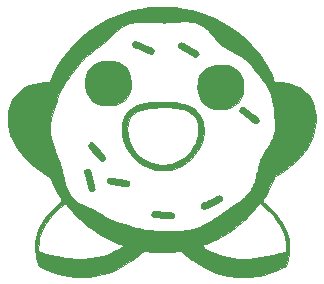
<source format=gtl>
G04 #@! TF.FileFunction,Copper,L1,Top,Signal*
%FSLAX46Y46*%
G04 Gerber Fmt 4.6, Leading zero omitted, Abs format (unit mm)*
G04 Created by KiCad (PCBNEW 4.0.6-e0-6349~53~ubuntu16.04.1) date Sun Nov  5 22:25:15 2017*
%MOMM*%
%LPD*%
G01*
G04 APERTURE LIST*
%ADD10C,0.100000*%
%ADD11C,0.010000*%
G04 APERTURE END LIST*
D10*
D11*
G36*
X46857262Y-35464399D02*
X47117060Y-35471062D01*
X47345932Y-35482229D01*
X47531558Y-35497986D01*
X47540334Y-35498995D01*
X48314532Y-35614204D01*
X49057774Y-35775438D01*
X49772923Y-35983532D01*
X50462841Y-36239318D01*
X51130392Y-36543633D01*
X51137604Y-36547245D01*
X51812617Y-36916829D01*
X52454568Y-37331899D01*
X53062036Y-37791199D01*
X53633601Y-38293472D01*
X54167841Y-38837461D01*
X54663334Y-39421910D01*
X55118661Y-40045562D01*
X55154513Y-40098913D01*
X55307362Y-40345631D01*
X55465021Y-40632329D01*
X55620202Y-40943852D01*
X55765621Y-41265048D01*
X55893989Y-41580763D01*
X55974467Y-41804166D01*
X55989523Y-41827361D01*
X56022934Y-41842043D01*
X56085447Y-41850048D01*
X56187811Y-41853213D01*
X56263548Y-41853555D01*
X56639288Y-41873661D01*
X57023386Y-41931585D01*
X57402183Y-42023733D01*
X57762019Y-42146515D01*
X58089237Y-42296339D01*
X58213445Y-42366338D01*
X58416437Y-42505211D01*
X58621113Y-42675056D01*
X58805684Y-42856933D01*
X58889914Y-42954218D01*
X59097491Y-43255431D01*
X59263752Y-43589979D01*
X59388478Y-43952513D01*
X59471455Y-44337681D01*
X59512465Y-44740134D01*
X59511294Y-45154520D01*
X59467723Y-45575490D01*
X59381539Y-45997692D01*
X59252523Y-46415775D01*
X59080461Y-46824390D01*
X59048878Y-46888619D01*
X58798789Y-47329150D01*
X58495687Y-47761958D01*
X58142830Y-48183754D01*
X57743475Y-48591249D01*
X57300879Y-48981156D01*
X56818299Y-49350185D01*
X56298994Y-49695048D01*
X56223325Y-49741347D01*
X55988094Y-49883809D01*
X55853773Y-50221960D01*
X55661163Y-50676482D01*
X55464994Y-51078534D01*
X55263286Y-51432070D01*
X55189478Y-51547402D01*
X55111802Y-51667518D01*
X55047805Y-51771249D01*
X55002904Y-51849444D01*
X54982513Y-51892950D01*
X54982038Y-51898024D01*
X55006622Y-51925425D01*
X55064285Y-51978437D01*
X55144180Y-52047228D01*
X55174445Y-52072434D01*
X55571796Y-52428281D01*
X55946766Y-52818743D01*
X56286890Y-53230124D01*
X56505285Y-53534683D01*
X56729969Y-53897147D01*
X56910923Y-54252570D01*
X57055683Y-54617532D01*
X57167272Y-54991000D01*
X57196222Y-55107413D01*
X57217267Y-55206956D01*
X57231672Y-55302644D01*
X57240697Y-55407487D01*
X57245607Y-55534501D01*
X57247664Y-55696697D01*
X57248064Y-55823555D01*
X57248778Y-56345666D01*
X57111600Y-56883044D01*
X56974422Y-57420423D01*
X56787044Y-57522414D01*
X56422147Y-57701309D01*
X56013391Y-57866430D01*
X55572447Y-58014121D01*
X55110986Y-58140729D01*
X54640680Y-58242596D01*
X54313667Y-58297050D01*
X54113821Y-58319253D01*
X53874472Y-58334979D01*
X53609678Y-58344219D01*
X53333496Y-58346966D01*
X53059983Y-58343213D01*
X52803197Y-58332951D01*
X52577196Y-58316173D01*
X52428276Y-58298094D01*
X52091535Y-58238238D01*
X51745172Y-58160975D01*
X51399301Y-58069511D01*
X51064040Y-57967049D01*
X50749504Y-57856795D01*
X50465810Y-57741951D01*
X50223074Y-57625724D01*
X50116356Y-57565778D01*
X50046864Y-57524570D01*
X49944633Y-57464501D01*
X49825759Y-57395011D01*
X49749467Y-57350586D01*
X49612034Y-57268733D01*
X49465820Y-57178495D01*
X49334479Y-57094576D01*
X49286396Y-57062702D01*
X49178422Y-56991329D01*
X49074028Y-56924714D01*
X48992585Y-56875167D01*
X48979960Y-56867942D01*
X48889169Y-56809523D01*
X48764897Y-56718591D01*
X48614878Y-56601199D01*
X48446845Y-56463400D01*
X48268532Y-56311247D01*
X48266454Y-56309440D01*
X48061241Y-56130882D01*
X47673787Y-56180959D01*
X47459553Y-56202469D01*
X47201926Y-56218329D01*
X46913675Y-56228541D01*
X46607567Y-56233104D01*
X46296370Y-56232018D01*
X45992854Y-56225285D01*
X45709786Y-56212905D01*
X45459935Y-56194877D01*
X45327527Y-56180891D01*
X44920943Y-56130919D01*
X44805416Y-56242553D01*
X44739326Y-56302796D01*
X44647646Y-56381513D01*
X44539074Y-56471771D01*
X44422306Y-56566641D01*
X44306041Y-56659194D01*
X44198976Y-56742499D01*
X44109807Y-56809625D01*
X44047232Y-56853644D01*
X44020747Y-56867777D01*
X43988496Y-56882653D01*
X43920617Y-56922842D01*
X43828001Y-56981689D01*
X43750418Y-57033013D01*
X43278488Y-57333129D01*
X42823189Y-57586789D01*
X42375903Y-57798017D01*
X41928012Y-57970839D01*
X41470900Y-58109281D01*
X41416112Y-58123496D01*
X40807479Y-58254614D01*
X40212805Y-58333301D01*
X39626438Y-58360053D01*
X39042726Y-58335367D01*
X39023750Y-58333709D01*
X38568915Y-58277898D01*
X38105431Y-58192021D01*
X37644550Y-58079395D01*
X37197524Y-57943335D01*
X36775605Y-57787156D01*
X36390043Y-57614175D01*
X36152667Y-57487663D01*
X36095155Y-57452967D01*
X36055189Y-57419481D01*
X36025743Y-57374774D01*
X35999789Y-57306417D01*
X35970304Y-57201980D01*
X35952221Y-57133037D01*
X35917926Y-57007714D01*
X35884868Y-56897589D01*
X35857711Y-56817702D01*
X35845688Y-56789585D01*
X35828931Y-56737800D01*
X35808351Y-56643727D01*
X35786660Y-56521146D01*
X35768130Y-56395603D01*
X35744961Y-56151779D01*
X35736112Y-55887530D01*
X35736388Y-55872944D01*
X36012115Y-55872944D01*
X36012590Y-56010899D01*
X36015651Y-56102006D01*
X36022879Y-56155852D01*
X36035858Y-56182024D01*
X36056171Y-56190110D01*
X36064529Y-56190444D01*
X36112887Y-56198505D01*
X36200784Y-56220231D01*
X36314046Y-56251939D01*
X36396140Y-56276647D01*
X37009851Y-56448693D01*
X37640717Y-56591760D01*
X38270608Y-56702262D01*
X38881390Y-56776613D01*
X38959040Y-56783486D01*
X39126296Y-56792866D01*
X39333985Y-56797265D01*
X39566346Y-56796999D01*
X39807617Y-56792383D01*
X40042035Y-56783735D01*
X40253839Y-56771368D01*
X40427267Y-56755599D01*
X40442445Y-56753779D01*
X40975310Y-56666645D01*
X41489330Y-56540137D01*
X41977386Y-56376680D01*
X42432356Y-56178700D01*
X42847119Y-55948622D01*
X42894746Y-55918394D01*
X43015853Y-55837523D01*
X43094333Y-55777234D01*
X43137211Y-55731268D01*
X43151513Y-55693364D01*
X43151643Y-55689500D01*
X43151210Y-55687755D01*
X49876972Y-55687755D01*
X49925980Y-55750807D01*
X50026991Y-55831946D01*
X50059309Y-55854436D01*
X50476814Y-56106367D01*
X50935168Y-56321997D01*
X51431122Y-56500256D01*
X51961426Y-56640075D01*
X52522829Y-56740382D01*
X52874334Y-56781259D01*
X53043101Y-56791877D01*
X53253625Y-56797037D01*
X53491505Y-56796993D01*
X53742344Y-56791999D01*
X53991744Y-56782311D01*
X54225304Y-56768183D01*
X54384223Y-56754546D01*
X54864004Y-56692737D01*
X55377370Y-56600939D01*
X55911778Y-56481693D01*
X56454686Y-56337542D01*
X56485160Y-56328763D01*
X56629228Y-56288951D01*
X56756979Y-56257122D01*
X56857245Y-56235801D01*
X56918857Y-56227513D01*
X56929660Y-56228266D01*
X56950315Y-56229808D01*
X56964507Y-56216068D01*
X56973439Y-56178549D01*
X56978308Y-56108752D01*
X56980315Y-55998180D01*
X56980667Y-55866943D01*
X56959499Y-55449632D01*
X56894884Y-55047111D01*
X56785152Y-54655992D01*
X56628634Y-54272890D01*
X56423662Y-53894417D01*
X56168568Y-53517185D01*
X55861681Y-53137808D01*
X55501334Y-52752899D01*
X55394413Y-52647347D01*
X55208670Y-52468910D01*
X55057162Y-52329204D01*
X54935484Y-52225814D01*
X54839231Y-52156323D01*
X54764000Y-52118316D01*
X54705388Y-52109377D01*
X54658988Y-52127091D01*
X54620399Y-52169041D01*
X54596605Y-52209728D01*
X54550551Y-52284552D01*
X54489888Y-52366808D01*
X54478651Y-52380466D01*
X54416907Y-52461002D01*
X54364351Y-52541074D01*
X54357682Y-52552879D01*
X54312784Y-52617278D01*
X54233284Y-52712677D01*
X54126129Y-52831872D01*
X53998267Y-52967659D01*
X53856648Y-53112835D01*
X53708218Y-53260196D01*
X53559927Y-53402538D01*
X53418722Y-53532659D01*
X53375688Y-53570962D01*
X52842316Y-54014039D01*
X52300161Y-54409277D01*
X51736685Y-54765160D01*
X51139351Y-55090167D01*
X51103287Y-55108307D01*
X50933668Y-55190645D01*
X50744564Y-55278083D01*
X50547869Y-55365519D01*
X50355474Y-55447855D01*
X50179274Y-55519989D01*
X50031161Y-55576821D01*
X49932167Y-55610531D01*
X49879268Y-55641444D01*
X49876972Y-55687755D01*
X43151210Y-55687755D01*
X43139334Y-55639972D01*
X43118756Y-55626000D01*
X43067241Y-55614380D01*
X42973239Y-55581924D01*
X42845146Y-55532237D01*
X42691353Y-55468926D01*
X42520254Y-55395596D01*
X42340242Y-55315852D01*
X42159709Y-55233301D01*
X41987048Y-55151547D01*
X41830653Y-55074197D01*
X41811223Y-55064278D01*
X41238921Y-54748280D01*
X40688129Y-54399325D01*
X40164658Y-54022154D01*
X39674318Y-53621509D01*
X39222919Y-53202131D01*
X38816274Y-52768762D01*
X38466889Y-52335203D01*
X38399714Y-52248836D01*
X38334218Y-52171511D01*
X38301880Y-52137206D01*
X38235649Y-52072575D01*
X37977324Y-52293609D01*
X37777161Y-52473091D01*
X37566288Y-52676656D01*
X37356357Y-52892073D01*
X37159019Y-53107114D01*
X36985925Y-53309547D01*
X36876526Y-53449093D01*
X36605286Y-53846069D01*
X36387544Y-54238115D01*
X36221327Y-54630757D01*
X36104666Y-55029521D01*
X36035590Y-55439933D01*
X36012128Y-55867519D01*
X36012115Y-55872944D01*
X35736388Y-55872944D01*
X35741160Y-55620940D01*
X35759680Y-55370093D01*
X35791250Y-55153074D01*
X35797983Y-55120395D01*
X35922076Y-54676314D01*
X36100349Y-54233304D01*
X36330580Y-53794733D01*
X36610552Y-53363969D01*
X36938044Y-52944379D01*
X37310837Y-52539329D01*
X37726712Y-52152189D01*
X37789556Y-52098503D01*
X37880845Y-52019792D01*
X37954475Y-51953378D01*
X38000544Y-51908351D01*
X38010871Y-51895301D01*
X37999949Y-51863769D01*
X37963185Y-51795030D01*
X37906133Y-51698786D01*
X37834347Y-51584738D01*
X37823716Y-51568331D01*
X37667678Y-51316120D01*
X37524554Y-51057215D01*
X37387002Y-50777209D01*
X37247677Y-50461694D01*
X37194726Y-50334333D01*
X37131797Y-50182149D01*
X37084007Y-50072831D01*
X37045427Y-49996881D01*
X37010126Y-49944801D01*
X36972175Y-49907091D01*
X36925645Y-49874254D01*
X36896095Y-49855953D01*
X36307672Y-49475137D01*
X35774258Y-49083190D01*
X35295438Y-48679659D01*
X34870796Y-48264089D01*
X34499915Y-47836027D01*
X34182380Y-47395018D01*
X33917775Y-46940607D01*
X33705684Y-46472340D01*
X33643356Y-46303872D01*
X33526473Y-45900264D01*
X33504241Y-45776444D01*
X36987418Y-45776444D01*
X36990616Y-45951711D01*
X37001515Y-46119304D01*
X37021877Y-46286007D01*
X37053462Y-46458605D01*
X37098031Y-46643883D01*
X37157344Y-46848625D01*
X37233162Y-47079616D01*
X37327246Y-47343641D01*
X37441356Y-47647484D01*
X37537526Y-47896312D01*
X37628618Y-48132026D01*
X37704280Y-48334066D01*
X37768004Y-48514070D01*
X37823280Y-48683673D01*
X37873601Y-48854512D01*
X37922457Y-49038221D01*
X37973341Y-49246438D01*
X38029743Y-49490799D01*
X38070818Y-49673629D01*
X38167475Y-50083818D01*
X38264848Y-50443085D01*
X38366968Y-50756858D01*
X38477865Y-51030561D01*
X38601571Y-51269621D01*
X38742115Y-51479463D01*
X38903530Y-51665514D01*
X39089845Y-51833199D01*
X39305091Y-51987944D01*
X39553300Y-52135175D01*
X39838502Y-52280319D01*
X40094705Y-52397999D01*
X40415642Y-52543036D01*
X40689810Y-52673157D01*
X40923830Y-52791770D01*
X41124321Y-52902285D01*
X41297902Y-53008110D01*
X41363131Y-53051138D01*
X41531435Y-53161429D01*
X41693408Y-53259412D01*
X41856723Y-53348375D01*
X42029055Y-53431605D01*
X42218075Y-53512391D01*
X42431459Y-53594020D01*
X42676877Y-53679781D01*
X42962005Y-53772962D01*
X43278803Y-53872015D01*
X43647655Y-53984607D01*
X43971022Y-54080542D01*
X44256884Y-54161260D01*
X44513219Y-54228200D01*
X44748008Y-54282802D01*
X44969230Y-54326505D01*
X45184865Y-54360748D01*
X45402892Y-54386972D01*
X45631291Y-54406615D01*
X45878042Y-54421117D01*
X46151125Y-54431917D01*
X46425556Y-54439651D01*
X46737532Y-54447265D01*
X46999558Y-54453352D01*
X47218104Y-54457913D01*
X47399644Y-54460949D01*
X47550650Y-54462459D01*
X47677595Y-54462444D01*
X47786951Y-54460904D01*
X47885191Y-54457838D01*
X47978787Y-54453248D01*
X48074212Y-54447132D01*
X48175334Y-54439691D01*
X48498855Y-54406856D01*
X48805354Y-54357518D01*
X49101093Y-54288972D01*
X49392337Y-54198516D01*
X49685349Y-54083444D01*
X49986393Y-53941053D01*
X50301732Y-53768639D01*
X50637631Y-53563498D01*
X51000353Y-53322926D01*
X51378556Y-53056895D01*
X51539554Y-52943157D01*
X51732212Y-52810350D01*
X51940380Y-52669410D01*
X52147908Y-52531270D01*
X52338112Y-52407210D01*
X52592196Y-52242097D01*
X52805080Y-52099906D01*
X52984305Y-51975088D01*
X53137410Y-51862097D01*
X53271936Y-51755387D01*
X53395423Y-51649412D01*
X53503530Y-51549910D01*
X53765806Y-51271185D01*
X53982643Y-50972310D01*
X54113104Y-50743555D01*
X54171937Y-50625870D01*
X54223971Y-50512152D01*
X54271843Y-50394369D01*
X54318193Y-50264487D01*
X54365659Y-50114471D01*
X54416880Y-49936289D01*
X54474494Y-49721906D01*
X54541140Y-49463290D01*
X54566576Y-49362868D01*
X54638556Y-49079999D01*
X54701229Y-48842670D01*
X54758540Y-48641555D01*
X54814436Y-48467328D01*
X54872865Y-48310662D01*
X54937772Y-48162232D01*
X55013104Y-48012712D01*
X55102809Y-47852776D01*
X55210832Y-47673097D01*
X55341121Y-47464349D01*
X55428428Y-47326309D01*
X55595019Y-47057272D01*
X55729753Y-46821941D01*
X55835521Y-46609541D01*
X55915216Y-46409300D01*
X55971731Y-46210442D01*
X56007956Y-46002196D01*
X56026786Y-45773786D01*
X56031111Y-45514438D01*
X56023825Y-45213380D01*
X56020177Y-45122022D01*
X55990501Y-44611782D01*
X55946639Y-44142270D01*
X55889111Y-43717840D01*
X55818439Y-43342850D01*
X55795743Y-43244728D01*
X55741118Y-43032219D01*
X55683455Y-42839208D01*
X55619071Y-42659390D01*
X55544283Y-42486462D01*
X55455409Y-42314120D01*
X55348766Y-42136062D01*
X55220671Y-41945985D01*
X55067443Y-41737583D01*
X54885398Y-41504555D01*
X54670854Y-41240597D01*
X54515510Y-41053384D01*
X54387413Y-40899131D01*
X54265180Y-40750520D01*
X54155613Y-40615932D01*
X54065517Y-40503750D01*
X54001696Y-40422354D01*
X53982400Y-40396691D01*
X53857609Y-40246662D01*
X53697474Y-40085090D01*
X53517096Y-39925758D01*
X53331573Y-39782451D01*
X53244395Y-39722927D01*
X53149016Y-39663978D01*
X53015180Y-39585447D01*
X52854451Y-39493902D01*
X52678394Y-39395913D01*
X52498573Y-39298046D01*
X52458719Y-39276683D01*
X52203881Y-39138963D01*
X51990109Y-39018526D01*
X51808312Y-38908147D01*
X51649399Y-38800599D01*
X51504277Y-38688658D01*
X51363856Y-38565095D01*
X51219044Y-38422687D01*
X51060751Y-38254207D01*
X50879884Y-38052428D01*
X50790149Y-37950484D01*
X50550865Y-37683662D01*
X50336478Y-37459503D01*
X50140241Y-37273931D01*
X49955408Y-37122867D01*
X49775233Y-37002233D01*
X49592971Y-36907952D01*
X49401876Y-36835947D01*
X49195201Y-36782138D01*
X48966200Y-36742450D01*
X48749190Y-36716793D01*
X48654649Y-36708326D01*
X48561644Y-36702585D01*
X48463460Y-36699819D01*
X48353382Y-36700276D01*
X48224697Y-36704206D01*
X48070688Y-36711857D01*
X47884641Y-36723478D01*
X47659842Y-36739318D01*
X47389575Y-36759626D01*
X47201667Y-36774147D01*
X47009592Y-36787265D01*
X46823527Y-36795687D01*
X46633753Y-36799306D01*
X46430552Y-36798015D01*
X46204207Y-36791707D01*
X45945000Y-36780273D01*
X45643212Y-36763606D01*
X45508334Y-36755447D01*
X45257743Y-36740692D01*
X45053302Y-36730515D01*
X44884909Y-36724789D01*
X44742467Y-36723391D01*
X44615874Y-36726195D01*
X44495031Y-36733076D01*
X44393556Y-36741634D01*
X44144765Y-36770039D01*
X43920191Y-36808134D01*
X43713394Y-36859460D01*
X43517937Y-36927560D01*
X43327381Y-37015973D01*
X43135289Y-37128244D01*
X42935221Y-37267912D01*
X42720741Y-37438521D01*
X42485409Y-37643611D01*
X42222787Y-37886725D01*
X42100853Y-38002890D01*
X41868008Y-38219926D01*
X41633957Y-38426447D01*
X41411495Y-38611461D01*
X41221893Y-38757775D01*
X40845990Y-39038748D01*
X40515780Y-39296480D01*
X40227263Y-39534495D01*
X39976437Y-39756321D01*
X39759304Y-39965484D01*
X39571861Y-40165510D01*
X39422852Y-40343666D01*
X39263314Y-40547513D01*
X39097694Y-40761674D01*
X38931537Y-40978780D01*
X38770385Y-41191461D01*
X38619783Y-41392346D01*
X38485274Y-41574064D01*
X38372402Y-41729247D01*
X38286710Y-41850522D01*
X38260786Y-41888635D01*
X38167779Y-42031281D01*
X38085524Y-42166638D01*
X38010310Y-42302836D01*
X37938426Y-42448006D01*
X37866159Y-42610276D01*
X37789799Y-42797778D01*
X37705633Y-43018641D01*
X37609952Y-43280994D01*
X37555307Y-43434000D01*
X37428388Y-43795158D01*
X37321118Y-44110272D01*
X37231975Y-44385621D01*
X37159436Y-44627485D01*
X37101980Y-44842143D01*
X37058084Y-45035874D01*
X37026226Y-45214957D01*
X37004882Y-45385672D01*
X36992532Y-45554299D01*
X36987653Y-45727116D01*
X36987418Y-45776444D01*
X33504241Y-45776444D01*
X33452457Y-45488046D01*
X33420584Y-45073864D01*
X33430131Y-44664358D01*
X33480376Y-44266171D01*
X33570595Y-43885947D01*
X33700064Y-43530326D01*
X33868062Y-43205953D01*
X34002023Y-43009136D01*
X34245459Y-42734704D01*
X34531561Y-42495188D01*
X34857771Y-42291728D01*
X35221530Y-42125463D01*
X35620282Y-41997533D01*
X36051469Y-41909079D01*
X36512532Y-41861241D01*
X36585951Y-41857558D01*
X37005125Y-41839444D01*
X37115718Y-41543111D01*
X37335557Y-41017332D01*
X37597608Y-40507183D01*
X37904619Y-40008587D01*
X38259335Y-39517470D01*
X38664502Y-39029755D01*
X39122866Y-38541367D01*
X39170316Y-38493749D01*
X39455505Y-38215659D01*
X39720398Y-37972549D01*
X39977832Y-37753704D01*
X40240645Y-37548408D01*
X40521674Y-37345946D01*
X40654112Y-37255198D01*
X41279578Y-36860812D01*
X41915133Y-36517608D01*
X42565784Y-36223727D01*
X43236537Y-35977308D01*
X43932398Y-35776490D01*
X44658373Y-35619413D01*
X45339000Y-35514241D01*
X45525615Y-35495668D01*
X45755230Y-35481088D01*
X46015522Y-35470586D01*
X46294172Y-35464246D01*
X46578859Y-35462156D01*
X46857262Y-35464399D01*
X46857262Y-35464399D01*
G37*
X46857262Y-35464399D02*
X47117060Y-35471062D01*
X47345932Y-35482229D01*
X47531558Y-35497986D01*
X47540334Y-35498995D01*
X48314532Y-35614204D01*
X49057774Y-35775438D01*
X49772923Y-35983532D01*
X50462841Y-36239318D01*
X51130392Y-36543633D01*
X51137604Y-36547245D01*
X51812617Y-36916829D01*
X52454568Y-37331899D01*
X53062036Y-37791199D01*
X53633601Y-38293472D01*
X54167841Y-38837461D01*
X54663334Y-39421910D01*
X55118661Y-40045562D01*
X55154513Y-40098913D01*
X55307362Y-40345631D01*
X55465021Y-40632329D01*
X55620202Y-40943852D01*
X55765621Y-41265048D01*
X55893989Y-41580763D01*
X55974467Y-41804166D01*
X55989523Y-41827361D01*
X56022934Y-41842043D01*
X56085447Y-41850048D01*
X56187811Y-41853213D01*
X56263548Y-41853555D01*
X56639288Y-41873661D01*
X57023386Y-41931585D01*
X57402183Y-42023733D01*
X57762019Y-42146515D01*
X58089237Y-42296339D01*
X58213445Y-42366338D01*
X58416437Y-42505211D01*
X58621113Y-42675056D01*
X58805684Y-42856933D01*
X58889914Y-42954218D01*
X59097491Y-43255431D01*
X59263752Y-43589979D01*
X59388478Y-43952513D01*
X59471455Y-44337681D01*
X59512465Y-44740134D01*
X59511294Y-45154520D01*
X59467723Y-45575490D01*
X59381539Y-45997692D01*
X59252523Y-46415775D01*
X59080461Y-46824390D01*
X59048878Y-46888619D01*
X58798789Y-47329150D01*
X58495687Y-47761958D01*
X58142830Y-48183754D01*
X57743475Y-48591249D01*
X57300879Y-48981156D01*
X56818299Y-49350185D01*
X56298994Y-49695048D01*
X56223325Y-49741347D01*
X55988094Y-49883809D01*
X55853773Y-50221960D01*
X55661163Y-50676482D01*
X55464994Y-51078534D01*
X55263286Y-51432070D01*
X55189478Y-51547402D01*
X55111802Y-51667518D01*
X55047805Y-51771249D01*
X55002904Y-51849444D01*
X54982513Y-51892950D01*
X54982038Y-51898024D01*
X55006622Y-51925425D01*
X55064285Y-51978437D01*
X55144180Y-52047228D01*
X55174445Y-52072434D01*
X55571796Y-52428281D01*
X55946766Y-52818743D01*
X56286890Y-53230124D01*
X56505285Y-53534683D01*
X56729969Y-53897147D01*
X56910923Y-54252570D01*
X57055683Y-54617532D01*
X57167272Y-54991000D01*
X57196222Y-55107413D01*
X57217267Y-55206956D01*
X57231672Y-55302644D01*
X57240697Y-55407487D01*
X57245607Y-55534501D01*
X57247664Y-55696697D01*
X57248064Y-55823555D01*
X57248778Y-56345666D01*
X57111600Y-56883044D01*
X56974422Y-57420423D01*
X56787044Y-57522414D01*
X56422147Y-57701309D01*
X56013391Y-57866430D01*
X55572447Y-58014121D01*
X55110986Y-58140729D01*
X54640680Y-58242596D01*
X54313667Y-58297050D01*
X54113821Y-58319253D01*
X53874472Y-58334979D01*
X53609678Y-58344219D01*
X53333496Y-58346966D01*
X53059983Y-58343213D01*
X52803197Y-58332951D01*
X52577196Y-58316173D01*
X52428276Y-58298094D01*
X52091535Y-58238238D01*
X51745172Y-58160975D01*
X51399301Y-58069511D01*
X51064040Y-57967049D01*
X50749504Y-57856795D01*
X50465810Y-57741951D01*
X50223074Y-57625724D01*
X50116356Y-57565778D01*
X50046864Y-57524570D01*
X49944633Y-57464501D01*
X49825759Y-57395011D01*
X49749467Y-57350586D01*
X49612034Y-57268733D01*
X49465820Y-57178495D01*
X49334479Y-57094576D01*
X49286396Y-57062702D01*
X49178422Y-56991329D01*
X49074028Y-56924714D01*
X48992585Y-56875167D01*
X48979960Y-56867942D01*
X48889169Y-56809523D01*
X48764897Y-56718591D01*
X48614878Y-56601199D01*
X48446845Y-56463400D01*
X48268532Y-56311247D01*
X48266454Y-56309440D01*
X48061241Y-56130882D01*
X47673787Y-56180959D01*
X47459553Y-56202469D01*
X47201926Y-56218329D01*
X46913675Y-56228541D01*
X46607567Y-56233104D01*
X46296370Y-56232018D01*
X45992854Y-56225285D01*
X45709786Y-56212905D01*
X45459935Y-56194877D01*
X45327527Y-56180891D01*
X44920943Y-56130919D01*
X44805416Y-56242553D01*
X44739326Y-56302796D01*
X44647646Y-56381513D01*
X44539074Y-56471771D01*
X44422306Y-56566641D01*
X44306041Y-56659194D01*
X44198976Y-56742499D01*
X44109807Y-56809625D01*
X44047232Y-56853644D01*
X44020747Y-56867777D01*
X43988496Y-56882653D01*
X43920617Y-56922842D01*
X43828001Y-56981689D01*
X43750418Y-57033013D01*
X43278488Y-57333129D01*
X42823189Y-57586789D01*
X42375903Y-57798017D01*
X41928012Y-57970839D01*
X41470900Y-58109281D01*
X41416112Y-58123496D01*
X40807479Y-58254614D01*
X40212805Y-58333301D01*
X39626438Y-58360053D01*
X39042726Y-58335367D01*
X39023750Y-58333709D01*
X38568915Y-58277898D01*
X38105431Y-58192021D01*
X37644550Y-58079395D01*
X37197524Y-57943335D01*
X36775605Y-57787156D01*
X36390043Y-57614175D01*
X36152667Y-57487663D01*
X36095155Y-57452967D01*
X36055189Y-57419481D01*
X36025743Y-57374774D01*
X35999789Y-57306417D01*
X35970304Y-57201980D01*
X35952221Y-57133037D01*
X35917926Y-57007714D01*
X35884868Y-56897589D01*
X35857711Y-56817702D01*
X35845688Y-56789585D01*
X35828931Y-56737800D01*
X35808351Y-56643727D01*
X35786660Y-56521146D01*
X35768130Y-56395603D01*
X35744961Y-56151779D01*
X35736112Y-55887530D01*
X35736388Y-55872944D01*
X36012115Y-55872944D01*
X36012590Y-56010899D01*
X36015651Y-56102006D01*
X36022879Y-56155852D01*
X36035858Y-56182024D01*
X36056171Y-56190110D01*
X36064529Y-56190444D01*
X36112887Y-56198505D01*
X36200784Y-56220231D01*
X36314046Y-56251939D01*
X36396140Y-56276647D01*
X37009851Y-56448693D01*
X37640717Y-56591760D01*
X38270608Y-56702262D01*
X38881390Y-56776613D01*
X38959040Y-56783486D01*
X39126296Y-56792866D01*
X39333985Y-56797265D01*
X39566346Y-56796999D01*
X39807617Y-56792383D01*
X40042035Y-56783735D01*
X40253839Y-56771368D01*
X40427267Y-56755599D01*
X40442445Y-56753779D01*
X40975310Y-56666645D01*
X41489330Y-56540137D01*
X41977386Y-56376680D01*
X42432356Y-56178700D01*
X42847119Y-55948622D01*
X42894746Y-55918394D01*
X43015853Y-55837523D01*
X43094333Y-55777234D01*
X43137211Y-55731268D01*
X43151513Y-55693364D01*
X43151643Y-55689500D01*
X43151210Y-55687755D01*
X49876972Y-55687755D01*
X49925980Y-55750807D01*
X50026991Y-55831946D01*
X50059309Y-55854436D01*
X50476814Y-56106367D01*
X50935168Y-56321997D01*
X51431122Y-56500256D01*
X51961426Y-56640075D01*
X52522829Y-56740382D01*
X52874334Y-56781259D01*
X53043101Y-56791877D01*
X53253625Y-56797037D01*
X53491505Y-56796993D01*
X53742344Y-56791999D01*
X53991744Y-56782311D01*
X54225304Y-56768183D01*
X54384223Y-56754546D01*
X54864004Y-56692737D01*
X55377370Y-56600939D01*
X55911778Y-56481693D01*
X56454686Y-56337542D01*
X56485160Y-56328763D01*
X56629228Y-56288951D01*
X56756979Y-56257122D01*
X56857245Y-56235801D01*
X56918857Y-56227513D01*
X56929660Y-56228266D01*
X56950315Y-56229808D01*
X56964507Y-56216068D01*
X56973439Y-56178549D01*
X56978308Y-56108752D01*
X56980315Y-55998180D01*
X56980667Y-55866943D01*
X56959499Y-55449632D01*
X56894884Y-55047111D01*
X56785152Y-54655992D01*
X56628634Y-54272890D01*
X56423662Y-53894417D01*
X56168568Y-53517185D01*
X55861681Y-53137808D01*
X55501334Y-52752899D01*
X55394413Y-52647347D01*
X55208670Y-52468910D01*
X55057162Y-52329204D01*
X54935484Y-52225814D01*
X54839231Y-52156323D01*
X54764000Y-52118316D01*
X54705388Y-52109377D01*
X54658988Y-52127091D01*
X54620399Y-52169041D01*
X54596605Y-52209728D01*
X54550551Y-52284552D01*
X54489888Y-52366808D01*
X54478651Y-52380466D01*
X54416907Y-52461002D01*
X54364351Y-52541074D01*
X54357682Y-52552879D01*
X54312784Y-52617278D01*
X54233284Y-52712677D01*
X54126129Y-52831872D01*
X53998267Y-52967659D01*
X53856648Y-53112835D01*
X53708218Y-53260196D01*
X53559927Y-53402538D01*
X53418722Y-53532659D01*
X53375688Y-53570962D01*
X52842316Y-54014039D01*
X52300161Y-54409277D01*
X51736685Y-54765160D01*
X51139351Y-55090167D01*
X51103287Y-55108307D01*
X50933668Y-55190645D01*
X50744564Y-55278083D01*
X50547869Y-55365519D01*
X50355474Y-55447855D01*
X50179274Y-55519989D01*
X50031161Y-55576821D01*
X49932167Y-55610531D01*
X49879268Y-55641444D01*
X49876972Y-55687755D01*
X43151210Y-55687755D01*
X43139334Y-55639972D01*
X43118756Y-55626000D01*
X43067241Y-55614380D01*
X42973239Y-55581924D01*
X42845146Y-55532237D01*
X42691353Y-55468926D01*
X42520254Y-55395596D01*
X42340242Y-55315852D01*
X42159709Y-55233301D01*
X41987048Y-55151547D01*
X41830653Y-55074197D01*
X41811223Y-55064278D01*
X41238921Y-54748280D01*
X40688129Y-54399325D01*
X40164658Y-54022154D01*
X39674318Y-53621509D01*
X39222919Y-53202131D01*
X38816274Y-52768762D01*
X38466889Y-52335203D01*
X38399714Y-52248836D01*
X38334218Y-52171511D01*
X38301880Y-52137206D01*
X38235649Y-52072575D01*
X37977324Y-52293609D01*
X37777161Y-52473091D01*
X37566288Y-52676656D01*
X37356357Y-52892073D01*
X37159019Y-53107114D01*
X36985925Y-53309547D01*
X36876526Y-53449093D01*
X36605286Y-53846069D01*
X36387544Y-54238115D01*
X36221327Y-54630757D01*
X36104666Y-55029521D01*
X36035590Y-55439933D01*
X36012128Y-55867519D01*
X36012115Y-55872944D01*
X35736388Y-55872944D01*
X35741160Y-55620940D01*
X35759680Y-55370093D01*
X35791250Y-55153074D01*
X35797983Y-55120395D01*
X35922076Y-54676314D01*
X36100349Y-54233304D01*
X36330580Y-53794733D01*
X36610552Y-53363969D01*
X36938044Y-52944379D01*
X37310837Y-52539329D01*
X37726712Y-52152189D01*
X37789556Y-52098503D01*
X37880845Y-52019792D01*
X37954475Y-51953378D01*
X38000544Y-51908351D01*
X38010871Y-51895301D01*
X37999949Y-51863769D01*
X37963185Y-51795030D01*
X37906133Y-51698786D01*
X37834347Y-51584738D01*
X37823716Y-51568331D01*
X37667678Y-51316120D01*
X37524554Y-51057215D01*
X37387002Y-50777209D01*
X37247677Y-50461694D01*
X37194726Y-50334333D01*
X37131797Y-50182149D01*
X37084007Y-50072831D01*
X37045427Y-49996881D01*
X37010126Y-49944801D01*
X36972175Y-49907091D01*
X36925645Y-49874254D01*
X36896095Y-49855953D01*
X36307672Y-49475137D01*
X35774258Y-49083190D01*
X35295438Y-48679659D01*
X34870796Y-48264089D01*
X34499915Y-47836027D01*
X34182380Y-47395018D01*
X33917775Y-46940607D01*
X33705684Y-46472340D01*
X33643356Y-46303872D01*
X33526473Y-45900264D01*
X33504241Y-45776444D01*
X36987418Y-45776444D01*
X36990616Y-45951711D01*
X37001515Y-46119304D01*
X37021877Y-46286007D01*
X37053462Y-46458605D01*
X37098031Y-46643883D01*
X37157344Y-46848625D01*
X37233162Y-47079616D01*
X37327246Y-47343641D01*
X37441356Y-47647484D01*
X37537526Y-47896312D01*
X37628618Y-48132026D01*
X37704280Y-48334066D01*
X37768004Y-48514070D01*
X37823280Y-48683673D01*
X37873601Y-48854512D01*
X37922457Y-49038221D01*
X37973341Y-49246438D01*
X38029743Y-49490799D01*
X38070818Y-49673629D01*
X38167475Y-50083818D01*
X38264848Y-50443085D01*
X38366968Y-50756858D01*
X38477865Y-51030561D01*
X38601571Y-51269621D01*
X38742115Y-51479463D01*
X38903530Y-51665514D01*
X39089845Y-51833199D01*
X39305091Y-51987944D01*
X39553300Y-52135175D01*
X39838502Y-52280319D01*
X40094705Y-52397999D01*
X40415642Y-52543036D01*
X40689810Y-52673157D01*
X40923830Y-52791770D01*
X41124321Y-52902285D01*
X41297902Y-53008110D01*
X41363131Y-53051138D01*
X41531435Y-53161429D01*
X41693408Y-53259412D01*
X41856723Y-53348375D01*
X42029055Y-53431605D01*
X42218075Y-53512391D01*
X42431459Y-53594020D01*
X42676877Y-53679781D01*
X42962005Y-53772962D01*
X43278803Y-53872015D01*
X43647655Y-53984607D01*
X43971022Y-54080542D01*
X44256884Y-54161260D01*
X44513219Y-54228200D01*
X44748008Y-54282802D01*
X44969230Y-54326505D01*
X45184865Y-54360748D01*
X45402892Y-54386972D01*
X45631291Y-54406615D01*
X45878042Y-54421117D01*
X46151125Y-54431917D01*
X46425556Y-54439651D01*
X46737532Y-54447265D01*
X46999558Y-54453352D01*
X47218104Y-54457913D01*
X47399644Y-54460949D01*
X47550650Y-54462459D01*
X47677595Y-54462444D01*
X47786951Y-54460904D01*
X47885191Y-54457838D01*
X47978787Y-54453248D01*
X48074212Y-54447132D01*
X48175334Y-54439691D01*
X48498855Y-54406856D01*
X48805354Y-54357518D01*
X49101093Y-54288972D01*
X49392337Y-54198516D01*
X49685349Y-54083444D01*
X49986393Y-53941053D01*
X50301732Y-53768639D01*
X50637631Y-53563498D01*
X51000353Y-53322926D01*
X51378556Y-53056895D01*
X51539554Y-52943157D01*
X51732212Y-52810350D01*
X51940380Y-52669410D01*
X52147908Y-52531270D01*
X52338112Y-52407210D01*
X52592196Y-52242097D01*
X52805080Y-52099906D01*
X52984305Y-51975088D01*
X53137410Y-51862097D01*
X53271936Y-51755387D01*
X53395423Y-51649412D01*
X53503530Y-51549910D01*
X53765806Y-51271185D01*
X53982643Y-50972310D01*
X54113104Y-50743555D01*
X54171937Y-50625870D01*
X54223971Y-50512152D01*
X54271843Y-50394369D01*
X54318193Y-50264487D01*
X54365659Y-50114471D01*
X54416880Y-49936289D01*
X54474494Y-49721906D01*
X54541140Y-49463290D01*
X54566576Y-49362868D01*
X54638556Y-49079999D01*
X54701229Y-48842670D01*
X54758540Y-48641555D01*
X54814436Y-48467328D01*
X54872865Y-48310662D01*
X54937772Y-48162232D01*
X55013104Y-48012712D01*
X55102809Y-47852776D01*
X55210832Y-47673097D01*
X55341121Y-47464349D01*
X55428428Y-47326309D01*
X55595019Y-47057272D01*
X55729753Y-46821941D01*
X55835521Y-46609541D01*
X55915216Y-46409300D01*
X55971731Y-46210442D01*
X56007956Y-46002196D01*
X56026786Y-45773786D01*
X56031111Y-45514438D01*
X56023825Y-45213380D01*
X56020177Y-45122022D01*
X55990501Y-44611782D01*
X55946639Y-44142270D01*
X55889111Y-43717840D01*
X55818439Y-43342850D01*
X55795743Y-43244728D01*
X55741118Y-43032219D01*
X55683455Y-42839208D01*
X55619071Y-42659390D01*
X55544283Y-42486462D01*
X55455409Y-42314120D01*
X55348766Y-42136062D01*
X55220671Y-41945985D01*
X55067443Y-41737583D01*
X54885398Y-41504555D01*
X54670854Y-41240597D01*
X54515510Y-41053384D01*
X54387413Y-40899131D01*
X54265180Y-40750520D01*
X54155613Y-40615932D01*
X54065517Y-40503750D01*
X54001696Y-40422354D01*
X53982400Y-40396691D01*
X53857609Y-40246662D01*
X53697474Y-40085090D01*
X53517096Y-39925758D01*
X53331573Y-39782451D01*
X53244395Y-39722927D01*
X53149016Y-39663978D01*
X53015180Y-39585447D01*
X52854451Y-39493902D01*
X52678394Y-39395913D01*
X52498573Y-39298046D01*
X52458719Y-39276683D01*
X52203881Y-39138963D01*
X51990109Y-39018526D01*
X51808312Y-38908147D01*
X51649399Y-38800599D01*
X51504277Y-38688658D01*
X51363856Y-38565095D01*
X51219044Y-38422687D01*
X51060751Y-38254207D01*
X50879884Y-38052428D01*
X50790149Y-37950484D01*
X50550865Y-37683662D01*
X50336478Y-37459503D01*
X50140241Y-37273931D01*
X49955408Y-37122867D01*
X49775233Y-37002233D01*
X49592971Y-36907952D01*
X49401876Y-36835947D01*
X49195201Y-36782138D01*
X48966200Y-36742450D01*
X48749190Y-36716793D01*
X48654649Y-36708326D01*
X48561644Y-36702585D01*
X48463460Y-36699819D01*
X48353382Y-36700276D01*
X48224697Y-36704206D01*
X48070688Y-36711857D01*
X47884641Y-36723478D01*
X47659842Y-36739318D01*
X47389575Y-36759626D01*
X47201667Y-36774147D01*
X47009592Y-36787265D01*
X46823527Y-36795687D01*
X46633753Y-36799306D01*
X46430552Y-36798015D01*
X46204207Y-36791707D01*
X45945000Y-36780273D01*
X45643212Y-36763606D01*
X45508334Y-36755447D01*
X45257743Y-36740692D01*
X45053302Y-36730515D01*
X44884909Y-36724789D01*
X44742467Y-36723391D01*
X44615874Y-36726195D01*
X44495031Y-36733076D01*
X44393556Y-36741634D01*
X44144765Y-36770039D01*
X43920191Y-36808134D01*
X43713394Y-36859460D01*
X43517937Y-36927560D01*
X43327381Y-37015973D01*
X43135289Y-37128244D01*
X42935221Y-37267912D01*
X42720741Y-37438521D01*
X42485409Y-37643611D01*
X42222787Y-37886725D01*
X42100853Y-38002890D01*
X41868008Y-38219926D01*
X41633957Y-38426447D01*
X41411495Y-38611461D01*
X41221893Y-38757775D01*
X40845990Y-39038748D01*
X40515780Y-39296480D01*
X40227263Y-39534495D01*
X39976437Y-39756321D01*
X39759304Y-39965484D01*
X39571861Y-40165510D01*
X39422852Y-40343666D01*
X39263314Y-40547513D01*
X39097694Y-40761674D01*
X38931537Y-40978780D01*
X38770385Y-41191461D01*
X38619783Y-41392346D01*
X38485274Y-41574064D01*
X38372402Y-41729247D01*
X38286710Y-41850522D01*
X38260786Y-41888635D01*
X38167779Y-42031281D01*
X38085524Y-42166638D01*
X38010310Y-42302836D01*
X37938426Y-42448006D01*
X37866159Y-42610276D01*
X37789799Y-42797778D01*
X37705633Y-43018641D01*
X37609952Y-43280994D01*
X37555307Y-43434000D01*
X37428388Y-43795158D01*
X37321118Y-44110272D01*
X37231975Y-44385621D01*
X37159436Y-44627485D01*
X37101980Y-44842143D01*
X37058084Y-45035874D01*
X37026226Y-45214957D01*
X37004882Y-45385672D01*
X36992532Y-45554299D01*
X36987653Y-45727116D01*
X36987418Y-45776444D01*
X33504241Y-45776444D01*
X33452457Y-45488046D01*
X33420584Y-45073864D01*
X33430131Y-44664358D01*
X33480376Y-44266171D01*
X33570595Y-43885947D01*
X33700064Y-43530326D01*
X33868062Y-43205953D01*
X34002023Y-43009136D01*
X34245459Y-42734704D01*
X34531561Y-42495188D01*
X34857771Y-42291728D01*
X35221530Y-42125463D01*
X35620282Y-41997533D01*
X36051469Y-41909079D01*
X36512532Y-41861241D01*
X36585951Y-41857558D01*
X37005125Y-41839444D01*
X37115718Y-41543111D01*
X37335557Y-41017332D01*
X37597608Y-40507183D01*
X37904619Y-40008587D01*
X38259335Y-39517470D01*
X38664502Y-39029755D01*
X39122866Y-38541367D01*
X39170316Y-38493749D01*
X39455505Y-38215659D01*
X39720398Y-37972549D01*
X39977832Y-37753704D01*
X40240645Y-37548408D01*
X40521674Y-37345946D01*
X40654112Y-37255198D01*
X41279578Y-36860812D01*
X41915133Y-36517608D01*
X42565784Y-36223727D01*
X43236537Y-35977308D01*
X43932398Y-35776490D01*
X44658373Y-35619413D01*
X45339000Y-35514241D01*
X45525615Y-35495668D01*
X45755230Y-35481088D01*
X46015522Y-35470586D01*
X46294172Y-35464246D01*
X46578859Y-35462156D01*
X46857262Y-35464399D01*
G36*
X45822413Y-52749910D02*
X45914212Y-52757177D01*
X46046203Y-52768437D01*
X46210388Y-52782992D01*
X46398769Y-52800146D01*
X46603349Y-52819200D01*
X46605365Y-52819390D01*
X46852570Y-52843000D01*
X47049323Y-52863562D01*
X47201382Y-52883177D01*
X47314505Y-52903949D01*
X47394450Y-52927980D01*
X47446973Y-52957371D01*
X47477833Y-52994226D01*
X47492786Y-53040645D01*
X47497592Y-53098732D01*
X47498000Y-53145315D01*
X47492026Y-53236138D01*
X47468183Y-53294245D01*
X47423639Y-53337951D01*
X47395357Y-53358322D01*
X47364302Y-53373785D01*
X47324230Y-53384245D01*
X47268897Y-53389610D01*
X47192060Y-53389783D01*
X47087476Y-53384670D01*
X46948900Y-53374177D01*
X46770089Y-53358208D01*
X46544800Y-53336670D01*
X46398890Y-53322423D01*
X46162888Y-53298753D01*
X45977110Y-53277764D01*
X45835556Y-53257166D01*
X45732225Y-53234667D01*
X45661116Y-53207975D01*
X45616229Y-53174798D01*
X45591563Y-53132845D01*
X45581118Y-53079822D01*
X45578892Y-53013440D01*
X45578889Y-53009242D01*
X45598612Y-52899386D01*
X45651036Y-52811005D01*
X45726048Y-52757350D01*
X45778803Y-52747333D01*
X45822413Y-52749910D01*
X45822413Y-52749910D01*
G37*
X45822413Y-52749910D02*
X45914212Y-52757177D01*
X46046203Y-52768437D01*
X46210388Y-52782992D01*
X46398769Y-52800146D01*
X46603349Y-52819200D01*
X46605365Y-52819390D01*
X46852570Y-52843000D01*
X47049323Y-52863562D01*
X47201382Y-52883177D01*
X47314505Y-52903949D01*
X47394450Y-52927980D01*
X47446973Y-52957371D01*
X47477833Y-52994226D01*
X47492786Y-53040645D01*
X47497592Y-53098732D01*
X47498000Y-53145315D01*
X47492026Y-53236138D01*
X47468183Y-53294245D01*
X47423639Y-53337951D01*
X47395357Y-53358322D01*
X47364302Y-53373785D01*
X47324230Y-53384245D01*
X47268897Y-53389610D01*
X47192060Y-53389783D01*
X47087476Y-53384670D01*
X46948900Y-53374177D01*
X46770089Y-53358208D01*
X46544800Y-53336670D01*
X46398890Y-53322423D01*
X46162888Y-53298753D01*
X45977110Y-53277764D01*
X45835556Y-53257166D01*
X45732225Y-53234667D01*
X45661116Y-53207975D01*
X45616229Y-53174798D01*
X45591563Y-53132845D01*
X45581118Y-53079822D01*
X45578892Y-53013440D01*
X45578889Y-53009242D01*
X45598612Y-52899386D01*
X45651036Y-52811005D01*
X45726048Y-52757350D01*
X45778803Y-52747333D01*
X45822413Y-52749910D01*
G36*
X51422508Y-51460686D02*
X51502269Y-51523313D01*
X51550875Y-51612982D01*
X51561865Y-51716505D01*
X51528780Y-51820695D01*
X51515568Y-51841510D01*
X51476913Y-51872709D01*
X51395005Y-51922867D01*
X51278129Y-51987933D01*
X51134574Y-52063854D01*
X50972624Y-52146577D01*
X50800568Y-52232049D01*
X50626690Y-52316218D01*
X50459279Y-52395030D01*
X50306620Y-52464434D01*
X50176999Y-52520377D01*
X50078705Y-52558805D01*
X50020022Y-52575666D01*
X50013580Y-52576090D01*
X49931057Y-52563144D01*
X49878942Y-52544991D01*
X49804167Y-52480002D01*
X49765130Y-52383671D01*
X49765730Y-52271265D01*
X49789717Y-52195723D01*
X49825765Y-52159915D01*
X49905463Y-52105699D01*
X50020673Y-52037108D01*
X50163253Y-51958178D01*
X50325064Y-51872942D01*
X50497965Y-51785435D01*
X50673817Y-51699690D01*
X50844480Y-51619742D01*
X51001812Y-51549624D01*
X51137676Y-51493372D01*
X51243929Y-51455019D01*
X51312432Y-51438600D01*
X51318051Y-51438289D01*
X51422508Y-51460686D01*
X51422508Y-51460686D01*
G37*
X51422508Y-51460686D02*
X51502269Y-51523313D01*
X51550875Y-51612982D01*
X51561865Y-51716505D01*
X51528780Y-51820695D01*
X51515568Y-51841510D01*
X51476913Y-51872709D01*
X51395005Y-51922867D01*
X51278129Y-51987933D01*
X51134574Y-52063854D01*
X50972624Y-52146577D01*
X50800568Y-52232049D01*
X50626690Y-52316218D01*
X50459279Y-52395030D01*
X50306620Y-52464434D01*
X50176999Y-52520377D01*
X50078705Y-52558805D01*
X50020022Y-52575666D01*
X50013580Y-52576090D01*
X49931057Y-52563144D01*
X49878942Y-52544991D01*
X49804167Y-52480002D01*
X49765130Y-52383671D01*
X49765730Y-52271265D01*
X49789717Y-52195723D01*
X49825765Y-52159915D01*
X49905463Y-52105699D01*
X50020673Y-52037108D01*
X50163253Y-51958178D01*
X50325064Y-51872942D01*
X50497965Y-51785435D01*
X50673817Y-51699690D01*
X50844480Y-51619742D01*
X51001812Y-51549624D01*
X51137676Y-51493372D01*
X51243929Y-51455019D01*
X51312432Y-51438600D01*
X51318051Y-51438289D01*
X51422508Y-51460686D01*
G36*
X40241992Y-49185529D02*
X40332288Y-49236142D01*
X40342845Y-49246869D01*
X40365318Y-49291390D01*
X40397798Y-49382116D01*
X40437988Y-49510166D01*
X40483590Y-49666657D01*
X40532309Y-49842708D01*
X40581847Y-50029437D01*
X40629906Y-50217961D01*
X40674191Y-50399399D01*
X40712405Y-50564869D01*
X40742249Y-50705490D01*
X40761429Y-50812378D01*
X40767645Y-50876653D01*
X40766721Y-50885940D01*
X40735306Y-50961911D01*
X40698346Y-51009946D01*
X40619909Y-51051637D01*
X40517562Y-51071244D01*
X40421076Y-51064117D01*
X40399132Y-51056682D01*
X40337021Y-51018963D01*
X40309697Y-50993521D01*
X40293211Y-50955004D01*
X40266045Y-50870374D01*
X40230471Y-50748458D01*
X40188757Y-50598083D01*
X40143173Y-50428076D01*
X40095990Y-50247264D01*
X40049477Y-50064473D01*
X40005904Y-49888529D01*
X39967542Y-49728261D01*
X39936659Y-49592493D01*
X39915527Y-49490054D01*
X39906414Y-49429769D01*
X39906223Y-49424566D01*
X39916123Y-49321279D01*
X39952497Y-49253368D01*
X40025355Y-49202216D01*
X40025960Y-49201903D01*
X40132508Y-49173069D01*
X40241992Y-49185529D01*
X40241992Y-49185529D01*
G37*
X40241992Y-49185529D02*
X40332288Y-49236142D01*
X40342845Y-49246869D01*
X40365318Y-49291390D01*
X40397798Y-49382116D01*
X40437988Y-49510166D01*
X40483590Y-49666657D01*
X40532309Y-49842708D01*
X40581847Y-50029437D01*
X40629906Y-50217961D01*
X40674191Y-50399399D01*
X40712405Y-50564869D01*
X40742249Y-50705490D01*
X40761429Y-50812378D01*
X40767645Y-50876653D01*
X40766721Y-50885940D01*
X40735306Y-50961911D01*
X40698346Y-51009946D01*
X40619909Y-51051637D01*
X40517562Y-51071244D01*
X40421076Y-51064117D01*
X40399132Y-51056682D01*
X40337021Y-51018963D01*
X40309697Y-50993521D01*
X40293211Y-50955004D01*
X40266045Y-50870374D01*
X40230471Y-50748458D01*
X40188757Y-50598083D01*
X40143173Y-50428076D01*
X40095990Y-50247264D01*
X40049477Y-50064473D01*
X40005904Y-49888529D01*
X39967542Y-49728261D01*
X39936659Y-49592493D01*
X39915527Y-49490054D01*
X39906414Y-49429769D01*
X39906223Y-49424566D01*
X39916123Y-49321279D01*
X39952497Y-49253368D01*
X40025355Y-49202216D01*
X40025960Y-49201903D01*
X40132508Y-49173069D01*
X40241992Y-49185529D01*
G36*
X42007000Y-49941308D02*
X42102194Y-49949848D01*
X42236983Y-49965831D01*
X42403345Y-49988229D01*
X42593258Y-50016015D01*
X42798699Y-50048163D01*
X42813112Y-50050494D01*
X43042535Y-50087943D01*
X43222800Y-50118261D01*
X43360515Y-50143018D01*
X43462292Y-50163783D01*
X43534740Y-50182127D01*
X43584470Y-50199619D01*
X43618093Y-50217827D01*
X43642219Y-50238322D01*
X43652723Y-50249844D01*
X43705665Y-50350882D01*
X43710753Y-50464011D01*
X43667713Y-50570959D01*
X43657730Y-50584527D01*
X43618959Y-50626070D01*
X43574249Y-50647952D01*
X43505405Y-50655729D01*
X43424896Y-50655606D01*
X43337308Y-50649700D01*
X43208016Y-50635503D01*
X43050857Y-50614792D01*
X42879668Y-50589342D01*
X42770778Y-50571664D01*
X42595668Y-50542256D01*
X42423977Y-50513479D01*
X42270205Y-50487759D01*
X42148852Y-50467523D01*
X42097433Y-50458990D01*
X41959254Y-50428222D01*
X41868934Y-50385626D01*
X41818071Y-50323944D01*
X41798264Y-50235917D01*
X41797112Y-50199501D01*
X41816047Y-50072458D01*
X41871491Y-49985147D01*
X41959424Y-49941236D01*
X42007000Y-49941308D01*
X42007000Y-49941308D01*
G37*
X42007000Y-49941308D02*
X42102194Y-49949848D01*
X42236983Y-49965831D01*
X42403345Y-49988229D01*
X42593258Y-50016015D01*
X42798699Y-50048163D01*
X42813112Y-50050494D01*
X43042535Y-50087943D01*
X43222800Y-50118261D01*
X43360515Y-50143018D01*
X43462292Y-50163783D01*
X43534740Y-50182127D01*
X43584470Y-50199619D01*
X43618093Y-50217827D01*
X43642219Y-50238322D01*
X43652723Y-50249844D01*
X43705665Y-50350882D01*
X43710753Y-50464011D01*
X43667713Y-50570959D01*
X43657730Y-50584527D01*
X43618959Y-50626070D01*
X43574249Y-50647952D01*
X43505405Y-50655729D01*
X43424896Y-50655606D01*
X43337308Y-50649700D01*
X43208016Y-50635503D01*
X43050857Y-50614792D01*
X42879668Y-50589342D01*
X42770778Y-50571664D01*
X42595668Y-50542256D01*
X42423977Y-50513479D01*
X42270205Y-50487759D01*
X42148852Y-50467523D01*
X42097433Y-50458990D01*
X41959254Y-50428222D01*
X41868934Y-50385626D01*
X41818071Y-50323944D01*
X41798264Y-50235917D01*
X41797112Y-50199501D01*
X41816047Y-50072458D01*
X41871491Y-49985147D01*
X41959424Y-49941236D01*
X42007000Y-49941308D01*
G36*
X46519426Y-43522482D02*
X46784420Y-43526014D01*
X47045911Y-43532858D01*
X47293136Y-43542807D01*
X47515330Y-43555656D01*
X47701729Y-43571198D01*
X47831647Y-43587585D01*
X48253813Y-43675031D01*
X48629251Y-43793912D01*
X48958402Y-43944661D01*
X49241708Y-44127713D01*
X49479611Y-44343502D01*
X49672552Y-44592462D01*
X49820972Y-44875028D01*
X49925312Y-45191634D01*
X49986015Y-45542714D01*
X49999609Y-45720000D01*
X49992827Y-46141993D01*
X49933000Y-46553630D01*
X49823141Y-46951127D01*
X49666266Y-47330698D01*
X49465389Y-47688560D01*
X49223525Y-48020928D01*
X48943688Y-48324018D01*
X48628894Y-48594044D01*
X48282157Y-48827224D01*
X47906491Y-49019772D01*
X47504912Y-49167903D01*
X47189717Y-49247337D01*
X46945211Y-49283580D01*
X46670581Y-49301640D01*
X46386726Y-49301522D01*
X46114545Y-49283236D01*
X45875223Y-49246849D01*
X45446468Y-49128972D01*
X45043752Y-48962855D01*
X44669983Y-48751746D01*
X44328071Y-48498894D01*
X44020925Y-48207548D01*
X43751455Y-47880956D01*
X43522570Y-47522367D01*
X43337181Y-47135029D01*
X43198196Y-46722191D01*
X43108525Y-46287101D01*
X43090045Y-46137184D01*
X43081927Y-45937699D01*
X43549826Y-45937699D01*
X43560144Y-46155070D01*
X43582237Y-46348272D01*
X43589561Y-46390267D01*
X43692717Y-46787885D01*
X43844846Y-47161136D01*
X44042506Y-47506596D01*
X44282253Y-47820837D01*
X44560646Y-48100435D01*
X44874240Y-48341962D01*
X45219592Y-48541994D01*
X45593261Y-48697103D01*
X45991802Y-48803864D01*
X46020716Y-48809471D01*
X46238877Y-48836675D01*
X46490512Y-48845092D01*
X46756159Y-48835527D01*
X47016357Y-48808784D01*
X47251646Y-48765668D01*
X47286334Y-48757136D01*
X47668850Y-48630635D01*
X48026710Y-48455644D01*
X48356182Y-48236098D01*
X48653533Y-47975931D01*
X48915030Y-47679077D01*
X49136939Y-47349472D01*
X49315529Y-46991048D01*
X49447066Y-46607741D01*
X49488173Y-46436527D01*
X49512650Y-46277775D01*
X49528518Y-46086821D01*
X49535529Y-45881506D01*
X49533437Y-45679672D01*
X49521994Y-45499160D01*
X49502988Y-45367222D01*
X49416815Y-45085020D01*
X49283732Y-44832909D01*
X49106224Y-44614082D01*
X48886776Y-44431729D01*
X48682906Y-44314356D01*
X48481741Y-44226588D01*
X48271500Y-44154462D01*
X48044380Y-44096585D01*
X47792581Y-44051566D01*
X47508300Y-44018014D01*
X47183737Y-43994536D01*
X46811091Y-43979741D01*
X46806556Y-43979617D01*
X46282801Y-43976136D01*
X45809426Y-43995839D01*
X45385096Y-44039289D01*
X45008479Y-44107050D01*
X44678239Y-44199685D01*
X44393043Y-44317758D01*
X44151556Y-44461834D01*
X43952445Y-44632475D01*
X43794376Y-44830246D01*
X43676014Y-45055710D01*
X43596025Y-45309431D01*
X43589531Y-45339000D01*
X43564519Y-45509821D01*
X43551284Y-45716002D01*
X43549826Y-45937699D01*
X43081927Y-45937699D01*
X43075288Y-45774592D01*
X43105710Y-45427382D01*
X43179673Y-45101063D01*
X43295536Y-44801144D01*
X43451662Y-44533133D01*
X43631556Y-44317347D01*
X43854099Y-44121203D01*
X44105101Y-43955442D01*
X44389014Y-43818354D01*
X44710293Y-43708225D01*
X45073391Y-43623346D01*
X45482762Y-43562004D01*
X45639709Y-43545598D01*
X45811071Y-43533821D01*
X46021987Y-43526180D01*
X46261694Y-43522469D01*
X46519426Y-43522482D01*
X46519426Y-43522482D01*
G37*
X46519426Y-43522482D02*
X46784420Y-43526014D01*
X47045911Y-43532858D01*
X47293136Y-43542807D01*
X47515330Y-43555656D01*
X47701729Y-43571198D01*
X47831647Y-43587585D01*
X48253813Y-43675031D01*
X48629251Y-43793912D01*
X48958402Y-43944661D01*
X49241708Y-44127713D01*
X49479611Y-44343502D01*
X49672552Y-44592462D01*
X49820972Y-44875028D01*
X49925312Y-45191634D01*
X49986015Y-45542714D01*
X49999609Y-45720000D01*
X49992827Y-46141993D01*
X49933000Y-46553630D01*
X49823141Y-46951127D01*
X49666266Y-47330698D01*
X49465389Y-47688560D01*
X49223525Y-48020928D01*
X48943688Y-48324018D01*
X48628894Y-48594044D01*
X48282157Y-48827224D01*
X47906491Y-49019772D01*
X47504912Y-49167903D01*
X47189717Y-49247337D01*
X46945211Y-49283580D01*
X46670581Y-49301640D01*
X46386726Y-49301522D01*
X46114545Y-49283236D01*
X45875223Y-49246849D01*
X45446468Y-49128972D01*
X45043752Y-48962855D01*
X44669983Y-48751746D01*
X44328071Y-48498894D01*
X44020925Y-48207548D01*
X43751455Y-47880956D01*
X43522570Y-47522367D01*
X43337181Y-47135029D01*
X43198196Y-46722191D01*
X43108525Y-46287101D01*
X43090045Y-46137184D01*
X43081927Y-45937699D01*
X43549826Y-45937699D01*
X43560144Y-46155070D01*
X43582237Y-46348272D01*
X43589561Y-46390267D01*
X43692717Y-46787885D01*
X43844846Y-47161136D01*
X44042506Y-47506596D01*
X44282253Y-47820837D01*
X44560646Y-48100435D01*
X44874240Y-48341962D01*
X45219592Y-48541994D01*
X45593261Y-48697103D01*
X45991802Y-48803864D01*
X46020716Y-48809471D01*
X46238877Y-48836675D01*
X46490512Y-48845092D01*
X46756159Y-48835527D01*
X47016357Y-48808784D01*
X47251646Y-48765668D01*
X47286334Y-48757136D01*
X47668850Y-48630635D01*
X48026710Y-48455644D01*
X48356182Y-48236098D01*
X48653533Y-47975931D01*
X48915030Y-47679077D01*
X49136939Y-47349472D01*
X49315529Y-46991048D01*
X49447066Y-46607741D01*
X49488173Y-46436527D01*
X49512650Y-46277775D01*
X49528518Y-46086821D01*
X49535529Y-45881506D01*
X49533437Y-45679672D01*
X49521994Y-45499160D01*
X49502988Y-45367222D01*
X49416815Y-45085020D01*
X49283732Y-44832909D01*
X49106224Y-44614082D01*
X48886776Y-44431729D01*
X48682906Y-44314356D01*
X48481741Y-44226588D01*
X48271500Y-44154462D01*
X48044380Y-44096585D01*
X47792581Y-44051566D01*
X47508300Y-44018014D01*
X47183737Y-43994536D01*
X46811091Y-43979741D01*
X46806556Y-43979617D01*
X46282801Y-43976136D01*
X45809426Y-43995839D01*
X45385096Y-44039289D01*
X45008479Y-44107050D01*
X44678239Y-44199685D01*
X44393043Y-44317758D01*
X44151556Y-44461834D01*
X43952445Y-44632475D01*
X43794376Y-44830246D01*
X43676014Y-45055710D01*
X43596025Y-45309431D01*
X43589531Y-45339000D01*
X43564519Y-45509821D01*
X43551284Y-45716002D01*
X43549826Y-45937699D01*
X43081927Y-45937699D01*
X43075288Y-45774592D01*
X43105710Y-45427382D01*
X43179673Y-45101063D01*
X43295536Y-44801144D01*
X43451662Y-44533133D01*
X43631556Y-44317347D01*
X43854099Y-44121203D01*
X44105101Y-43955442D01*
X44389014Y-43818354D01*
X44710293Y-43708225D01*
X45073391Y-43623346D01*
X45482762Y-43562004D01*
X45639709Y-43545598D01*
X45811071Y-43533821D01*
X46021987Y-43526180D01*
X46261694Y-43522469D01*
X46519426Y-43522482D01*
G36*
X40526457Y-46946322D02*
X40569388Y-46966154D01*
X40620620Y-47001865D01*
X40683787Y-47056834D01*
X40762525Y-47134436D01*
X40860467Y-47238049D01*
X40981248Y-47371047D01*
X41128503Y-47536809D01*
X41305866Y-47738710D01*
X41496271Y-47956436D01*
X41604759Y-48093651D01*
X41666933Y-48207229D01*
X41684207Y-48303664D01*
X41657999Y-48389449D01*
X41605260Y-48456193D01*
X41514161Y-48521384D01*
X41410730Y-48539445D01*
X41312908Y-48523274D01*
X41284095Y-48500035D01*
X41224415Y-48440833D01*
X41139920Y-48352398D01*
X41036662Y-48241462D01*
X40920694Y-48114758D01*
X40798069Y-47979016D01*
X40674838Y-47840967D01*
X40557055Y-47707344D01*
X40450771Y-47584878D01*
X40362040Y-47480301D01*
X40296913Y-47400343D01*
X40266242Y-47359174D01*
X40223865Y-47254032D01*
X40226128Y-47145125D01*
X40267831Y-47047193D01*
X40343777Y-46974979D01*
X40411123Y-46948347D01*
X40450959Y-46940796D01*
X40488192Y-46938995D01*
X40526457Y-46946322D01*
X40526457Y-46946322D01*
G37*
X40526457Y-46946322D02*
X40569388Y-46966154D01*
X40620620Y-47001865D01*
X40683787Y-47056834D01*
X40762525Y-47134436D01*
X40860467Y-47238049D01*
X40981248Y-47371047D01*
X41128503Y-47536809D01*
X41305866Y-47738710D01*
X41496271Y-47956436D01*
X41604759Y-48093651D01*
X41666933Y-48207229D01*
X41684207Y-48303664D01*
X41657999Y-48389449D01*
X41605260Y-48456193D01*
X41514161Y-48521384D01*
X41410730Y-48539445D01*
X41312908Y-48523274D01*
X41284095Y-48500035D01*
X41224415Y-48440833D01*
X41139920Y-48352398D01*
X41036662Y-48241462D01*
X40920694Y-48114758D01*
X40798069Y-47979016D01*
X40674838Y-47840967D01*
X40557055Y-47707344D01*
X40450771Y-47584878D01*
X40362040Y-47480301D01*
X40296913Y-47400343D01*
X40266242Y-47359174D01*
X40223865Y-47254032D01*
X40226128Y-47145125D01*
X40267831Y-47047193D01*
X40343777Y-46974979D01*
X40411123Y-46948347D01*
X40450959Y-46940796D01*
X40488192Y-46938995D01*
X40526457Y-46946322D01*
G36*
X53317622Y-43944538D02*
X53345700Y-43952719D01*
X53382849Y-43971048D01*
X53433517Y-44002478D01*
X53502152Y-44049965D01*
X53593202Y-44116465D01*
X53711116Y-44204932D01*
X53860341Y-44318323D01*
X54045327Y-44459592D01*
X54270521Y-44631695D01*
X54291286Y-44647555D01*
X54408202Y-44739736D01*
X54510007Y-44825403D01*
X54587406Y-44896337D01*
X54631101Y-44944319D01*
X54635914Y-44952272D01*
X54667517Y-45072379D01*
X54650082Y-45179140D01*
X54589711Y-45262675D01*
X54492506Y-45313106D01*
X54406672Y-45323430D01*
X54361308Y-45320357D01*
X54316340Y-45309240D01*
X54264242Y-45285502D01*
X54197487Y-45244563D01*
X54108547Y-45181845D01*
X53989897Y-45092769D01*
X53848000Y-44983582D01*
X53635618Y-44819271D01*
X53463548Y-44685628D01*
X53327551Y-44578661D01*
X53223388Y-44494380D01*
X53146820Y-44428796D01*
X53093608Y-44377917D01*
X53059513Y-44337752D01*
X53040296Y-44304312D01*
X53031717Y-44273606D01*
X53029539Y-44241643D01*
X53029556Y-44213110D01*
X53047719Y-44089019D01*
X53104062Y-44005487D01*
X53201367Y-43959105D01*
X53243327Y-43951320D01*
X53270884Y-43946793D01*
X53294166Y-43943548D01*
X53317622Y-43944538D01*
X53317622Y-43944538D01*
G37*
X53317622Y-43944538D02*
X53345700Y-43952719D01*
X53382849Y-43971048D01*
X53433517Y-44002478D01*
X53502152Y-44049965D01*
X53593202Y-44116465D01*
X53711116Y-44204932D01*
X53860341Y-44318323D01*
X54045327Y-44459592D01*
X54270521Y-44631695D01*
X54291286Y-44647555D01*
X54408202Y-44739736D01*
X54510007Y-44825403D01*
X54587406Y-44896337D01*
X54631101Y-44944319D01*
X54635914Y-44952272D01*
X54667517Y-45072379D01*
X54650082Y-45179140D01*
X54589711Y-45262675D01*
X54492506Y-45313106D01*
X54406672Y-45323430D01*
X54361308Y-45320357D01*
X54316340Y-45309240D01*
X54264242Y-45285502D01*
X54197487Y-45244563D01*
X54108547Y-45181845D01*
X53989897Y-45092769D01*
X53848000Y-44983582D01*
X53635618Y-44819271D01*
X53463548Y-44685628D01*
X53327551Y-44578661D01*
X53223388Y-44494380D01*
X53146820Y-44428796D01*
X53093608Y-44377917D01*
X53059513Y-44337752D01*
X53040296Y-44304312D01*
X53031717Y-44273606D01*
X53029539Y-44241643D01*
X53029556Y-44213110D01*
X53047719Y-44089019D01*
X53104062Y-44005487D01*
X53201367Y-43959105D01*
X53243327Y-43951320D01*
X53270884Y-43946793D01*
X53294166Y-43943548D01*
X53317622Y-43944538D01*
G36*
X51519667Y-40366178D02*
X51702511Y-40375867D01*
X51870448Y-40390941D01*
X52008437Y-40409813D01*
X52084112Y-40425742D01*
X52336748Y-40515159D01*
X52574613Y-40639760D01*
X52787584Y-40792198D01*
X52965535Y-40965124D01*
X53098346Y-41151191D01*
X53108119Y-41169043D01*
X53220314Y-41428323D01*
X53301982Y-41719868D01*
X53350620Y-42026947D01*
X53363723Y-42332828D01*
X53338788Y-42620781D01*
X53331526Y-42661846D01*
X53245790Y-42991508D01*
X53121887Y-43279591D01*
X52959796Y-43526119D01*
X52759495Y-43731117D01*
X52520962Y-43894609D01*
X52244175Y-44016619D01*
X52107083Y-44058011D01*
X51929948Y-44092931D01*
X51716162Y-44116795D01*
X51484543Y-44128998D01*
X51253909Y-44128930D01*
X51043078Y-44115983D01*
X50905936Y-44096829D01*
X50589580Y-44012773D01*
X50310844Y-43887922D01*
X50070795Y-43723037D01*
X49870502Y-43518880D01*
X49711033Y-43276211D01*
X49686556Y-43228109D01*
X49571147Y-42937942D01*
X49502142Y-42632141D01*
X49478565Y-42303952D01*
X49499439Y-41946621D01*
X49500234Y-41939724D01*
X49548917Y-41648892D01*
X49625351Y-41398190D01*
X49734905Y-41175930D01*
X49882945Y-40970424D01*
X50007570Y-40835053D01*
X50206700Y-40666623D01*
X50431392Y-40536721D01*
X50686197Y-40443935D01*
X50975667Y-40386855D01*
X51304351Y-40364068D01*
X51519667Y-40366178D01*
X51519667Y-40366178D01*
G37*
X51519667Y-40366178D02*
X51702511Y-40375867D01*
X51870448Y-40390941D01*
X52008437Y-40409813D01*
X52084112Y-40425742D01*
X52336748Y-40515159D01*
X52574613Y-40639760D01*
X52787584Y-40792198D01*
X52965535Y-40965124D01*
X53098346Y-41151191D01*
X53108119Y-41169043D01*
X53220314Y-41428323D01*
X53301982Y-41719868D01*
X53350620Y-42026947D01*
X53363723Y-42332828D01*
X53338788Y-42620781D01*
X53331526Y-42661846D01*
X53245790Y-42991508D01*
X53121887Y-43279591D01*
X52959796Y-43526119D01*
X52759495Y-43731117D01*
X52520962Y-43894609D01*
X52244175Y-44016619D01*
X52107083Y-44058011D01*
X51929948Y-44092931D01*
X51716162Y-44116795D01*
X51484543Y-44128998D01*
X51253909Y-44128930D01*
X51043078Y-44115983D01*
X50905936Y-44096829D01*
X50589580Y-44012773D01*
X50310844Y-43887922D01*
X50070795Y-43723037D01*
X49870502Y-43518880D01*
X49711033Y-43276211D01*
X49686556Y-43228109D01*
X49571147Y-42937942D01*
X49502142Y-42632141D01*
X49478565Y-42303952D01*
X49499439Y-41946621D01*
X49500234Y-41939724D01*
X49548917Y-41648892D01*
X49625351Y-41398190D01*
X49734905Y-41175930D01*
X49882945Y-40970424D01*
X50007570Y-40835053D01*
X50206700Y-40666623D01*
X50431392Y-40536721D01*
X50686197Y-40443935D01*
X50975667Y-40386855D01*
X51304351Y-40364068D01*
X51519667Y-40366178D01*
G36*
X42240748Y-40069132D02*
X42431957Y-40091156D01*
X42597796Y-40125643D01*
X42753657Y-40175957D01*
X42914932Y-40245462D01*
X42948472Y-40261610D01*
X43191680Y-40407751D01*
X43395450Y-40590518D01*
X43561834Y-40812562D01*
X43692883Y-41076532D01*
X43776847Y-41331444D01*
X43811273Y-41504811D01*
X43833202Y-41710612D01*
X43842398Y-41931293D01*
X43838630Y-42149300D01*
X43821661Y-42347079D01*
X43792457Y-42502666D01*
X43683835Y-42816110D01*
X43537441Y-43087942D01*
X43353651Y-43317772D01*
X43132839Y-43505209D01*
X42875380Y-43649864D01*
X42596194Y-43747567D01*
X42419059Y-43782486D01*
X42205273Y-43806351D01*
X41973654Y-43818553D01*
X41743020Y-43818485D01*
X41532189Y-43805538D01*
X41395047Y-43786384D01*
X41077158Y-43701678D01*
X40797297Y-43575358D01*
X40555869Y-43407796D01*
X40353278Y-43199362D01*
X40189929Y-42950428D01*
X40066227Y-42661366D01*
X40026942Y-42530889D01*
X40001813Y-42395320D01*
X39985590Y-42219976D01*
X39978244Y-42020816D01*
X39979746Y-41813796D01*
X39990066Y-41614875D01*
X40009175Y-41440010D01*
X40029160Y-41334641D01*
X40115201Y-41081448D01*
X40243469Y-40839644D01*
X40405983Y-40619485D01*
X40594765Y-40431225D01*
X40801836Y-40285120D01*
X40875805Y-40246480D01*
X41126539Y-40149158D01*
X41400562Y-40086250D01*
X41706312Y-40056339D01*
X42008778Y-40056205D01*
X42240748Y-40069132D01*
X42240748Y-40069132D01*
G37*
X42240748Y-40069132D02*
X42431957Y-40091156D01*
X42597796Y-40125643D01*
X42753657Y-40175957D01*
X42914932Y-40245462D01*
X42948472Y-40261610D01*
X43191680Y-40407751D01*
X43395450Y-40590518D01*
X43561834Y-40812562D01*
X43692883Y-41076532D01*
X43776847Y-41331444D01*
X43811273Y-41504811D01*
X43833202Y-41710612D01*
X43842398Y-41931293D01*
X43838630Y-42149300D01*
X43821661Y-42347079D01*
X43792457Y-42502666D01*
X43683835Y-42816110D01*
X43537441Y-43087942D01*
X43353651Y-43317772D01*
X43132839Y-43505209D01*
X42875380Y-43649864D01*
X42596194Y-43747567D01*
X42419059Y-43782486D01*
X42205273Y-43806351D01*
X41973654Y-43818553D01*
X41743020Y-43818485D01*
X41532189Y-43805538D01*
X41395047Y-43786384D01*
X41077158Y-43701678D01*
X40797297Y-43575358D01*
X40555869Y-43407796D01*
X40353278Y-43199362D01*
X40189929Y-42950428D01*
X40066227Y-42661366D01*
X40026942Y-42530889D01*
X40001813Y-42395320D01*
X39985590Y-42219976D01*
X39978244Y-42020816D01*
X39979746Y-41813796D01*
X39990066Y-41614875D01*
X40009175Y-41440010D01*
X40029160Y-41334641D01*
X40115201Y-41081448D01*
X40243469Y-40839644D01*
X40405983Y-40619485D01*
X40594765Y-40431225D01*
X40801836Y-40285120D01*
X40875805Y-40246480D01*
X41126539Y-40149158D01*
X41400562Y-40086250D01*
X41706312Y-40056339D01*
X42008778Y-40056205D01*
X42240748Y-40069132D01*
G36*
X48129373Y-38479155D02*
X48176729Y-38497717D01*
X48265196Y-38541238D01*
X48387416Y-38605751D01*
X48536031Y-38687289D01*
X48703682Y-38781887D01*
X48880009Y-38883819D01*
X49079439Y-39000954D01*
X49235367Y-39094024D01*
X49353347Y-39166882D01*
X49438935Y-39223383D01*
X49497684Y-39267379D01*
X49535149Y-39302724D01*
X49556885Y-39333270D01*
X49567935Y-39361042D01*
X49579799Y-39484301D01*
X49546642Y-39589715D01*
X49475366Y-39667026D01*
X49372876Y-39705978D01*
X49333972Y-39708666D01*
X49290648Y-39702145D01*
X49228786Y-39680796D01*
X49143055Y-39641940D01*
X49028127Y-39582900D01*
X48878672Y-39500997D01*
X48689358Y-39393551D01*
X48570239Y-39324870D01*
X48393438Y-39221649D01*
X48231788Y-39125601D01*
X48092055Y-39040882D01*
X47981004Y-38971643D01*
X47905401Y-38922041D01*
X47872012Y-38896228D01*
X47871945Y-38896142D01*
X47848157Y-38834929D01*
X47837377Y-38744529D01*
X47841140Y-38651024D01*
X47854198Y-38595153D01*
X47902222Y-38537791D01*
X47984378Y-38494906D01*
X48078590Y-38475805D01*
X48129373Y-38479155D01*
X48129373Y-38479155D01*
G37*
X48129373Y-38479155D02*
X48176729Y-38497717D01*
X48265196Y-38541238D01*
X48387416Y-38605751D01*
X48536031Y-38687289D01*
X48703682Y-38781887D01*
X48880009Y-38883819D01*
X49079439Y-39000954D01*
X49235367Y-39094024D01*
X49353347Y-39166882D01*
X49438935Y-39223383D01*
X49497684Y-39267379D01*
X49535149Y-39302724D01*
X49556885Y-39333270D01*
X49567935Y-39361042D01*
X49579799Y-39484301D01*
X49546642Y-39589715D01*
X49475366Y-39667026D01*
X49372876Y-39705978D01*
X49333972Y-39708666D01*
X49290648Y-39702145D01*
X49228786Y-39680796D01*
X49143055Y-39641940D01*
X49028127Y-39582900D01*
X48878672Y-39500997D01*
X48689358Y-39393551D01*
X48570239Y-39324870D01*
X48393438Y-39221649D01*
X48231788Y-39125601D01*
X48092055Y-39040882D01*
X47981004Y-38971643D01*
X47905401Y-38922041D01*
X47872012Y-38896228D01*
X47871945Y-38896142D01*
X47848157Y-38834929D01*
X47837377Y-38744529D01*
X47841140Y-38651024D01*
X47854198Y-38595153D01*
X47902222Y-38537791D01*
X47984378Y-38494906D01*
X48078590Y-38475805D01*
X48129373Y-38479155D01*
G36*
X44263362Y-38393540D02*
X44360602Y-38425028D01*
X44490873Y-38472987D01*
X44645560Y-38533718D01*
X44816045Y-38603523D01*
X44993710Y-38678702D01*
X45169939Y-38755557D01*
X45336115Y-38830389D01*
X45483621Y-38899500D01*
X45603839Y-38959189D01*
X45688153Y-39005759D01*
X45727056Y-39034369D01*
X45774000Y-39128544D01*
X45777767Y-39231187D01*
X45744467Y-39328222D01*
X45680210Y-39405571D01*
X45591108Y-39449157D01*
X45544894Y-39454007D01*
X45491092Y-39442461D01*
X45392322Y-39409853D01*
X45254944Y-39358610D01*
X45085316Y-39291159D01*
X44889797Y-39209927D01*
X44760445Y-39154607D01*
X44573991Y-39073280D01*
X44403044Y-38997253D01*
X44254967Y-38929918D01*
X44137120Y-38874666D01*
X44056864Y-38834888D01*
X44022150Y-38814523D01*
X43967342Y-38730622D01*
X43953976Y-38620560D01*
X43971232Y-38534386D01*
X44017891Y-38445458D01*
X44091719Y-38397174D01*
X44204068Y-38382231D01*
X44207771Y-38382222D01*
X44263362Y-38393540D01*
X44263362Y-38393540D01*
G37*
X44263362Y-38393540D02*
X44360602Y-38425028D01*
X44490873Y-38472987D01*
X44645560Y-38533718D01*
X44816045Y-38603523D01*
X44993710Y-38678702D01*
X45169939Y-38755557D01*
X45336115Y-38830389D01*
X45483621Y-38899500D01*
X45603839Y-38959189D01*
X45688153Y-39005759D01*
X45727056Y-39034369D01*
X45774000Y-39128544D01*
X45777767Y-39231187D01*
X45744467Y-39328222D01*
X45680210Y-39405571D01*
X45591108Y-39449157D01*
X45544894Y-39454007D01*
X45491092Y-39442461D01*
X45392322Y-39409853D01*
X45254944Y-39358610D01*
X45085316Y-39291159D01*
X44889797Y-39209927D01*
X44760445Y-39154607D01*
X44573991Y-39073280D01*
X44403044Y-38997253D01*
X44254967Y-38929918D01*
X44137120Y-38874666D01*
X44056864Y-38834888D01*
X44022150Y-38814523D01*
X43967342Y-38730622D01*
X43953976Y-38620560D01*
X43971232Y-38534386D01*
X44017891Y-38445458D01*
X44091719Y-38397174D01*
X44204068Y-38382231D01*
X44207771Y-38382222D01*
X44263362Y-38393540D01*
M02*

</source>
